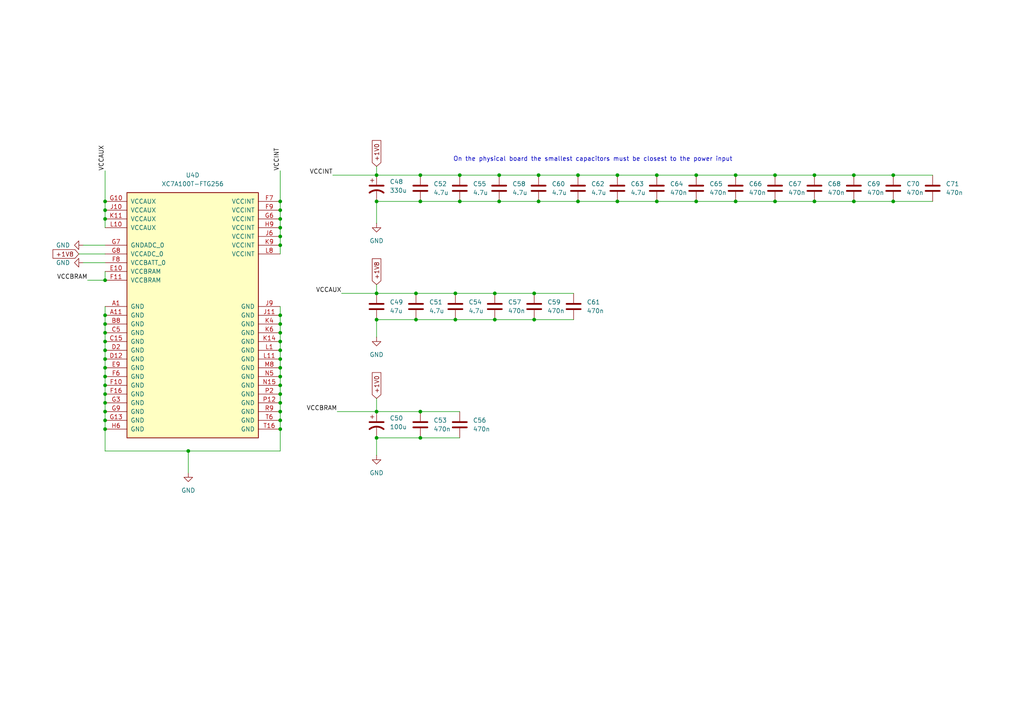
<source format=kicad_sch>
(kicad_sch (version 20231120) (generator "eeschema") (generator_version "8.0")
  (paper "A4")
  (lib_symbols
    (symbol "Device:C" (pin_numbers hide) (pin_names (offset 0.254))
      (property "Reference" "C" (at 0.635 2.54 0))
      (property "Value" "C" (at 0.635 -2.54 0))
      (symbol "C_0_1"
        (polyline (pts (xy -2.032 -0.762) (xy 2.032 -0.762)) (stroke (width 0.508)))
        (polyline (pts (xy -2.032 0.762) (xy 2.032 0.762)) (stroke (width 0.508)))
      )
      (symbol "C_1_1"
        (pin passive line (at 0 3.81 270) (length 2.794) (name "~") (number "1"))
        (pin passive line (at 0 -3.81 90) (length 2.794) (name "~") (number "2"))
      )
    )
    (symbol "Device:C_Polarized_US" (pin_numbers hide) (pin_names (offset 0.254) hide)
      (property "Reference" "C" (at 0.635 2.54 0))
      (property "Value" "C_Polarized_US" (at 0.635 -2.54 0))
      (symbol "C_Polarized_US_0_1"
        (polyline (pts (xy -2.032 0.762) (xy 2.032 0.762)) (stroke (width 0.508)))
        (polyline (pts (xy -1.778 2.286) (xy -0.762 2.286)))
        (polyline (pts (xy -1.27 1.778) (xy -1.27 2.794)))
        (arc (start 2.032 -1.27) (mid 0 -0.5572) (end -2.032 -1.27) (stroke (width 0.508)))
      )
      (symbol "C_Polarized_US_1_1"
        (pin passive line (at 0 3.81 270) (length 2.794) (name "~") (number "1"))
        (pin passive line (at 0 -3.81 90) (length 3.302) (name "~") (number "2"))
      )
    )
    (symbol "FPGA_Xilinx_Artix7:XC7A100T-FTG256" (pin_names (offset 1.016))
      (property "Reference" "U" (at 0 1.27 0))
      (property "Value" "XC7A100T-FTG256" (at 0 -1.27 0))
      (symbol "XC7A100T-FTG256_1_1"
        (rectangle (start -44.45 67.31) (end 44.45 -73.66) (stroke (width 0.254)) (fill (type background)))
        (pin bidirectional line (at 50.8 38.1 180) (length 6.35) (name "IO_L3N_T0_DQS_AD1N_15") (number "A10"))
        (pin bidirectional line (at 50.8 27.94 180) (length 6.35) (name "IO_L5N_T0_AD9N_15") (number "A12"))
        (pin bidirectional line (at 50.8 20.32 180) (length 6.35) (name "IO_L7P_T1_AD2P_15") (number "A13"))
        (pin bidirectional line (at 50.8 17.78 180) (length 6.35) (name "IO_L7N_T1_AD2N_15") (number "A14"))
        (pin bidirectional line (at 50.8 7.62 180) (length 6.35) (name "IO_L9N_T1_DQS_AD3N_15") (number "A15"))
        (pin power_in line (at 27.94 73.66 270) (length 6.35) (name "VCCO_15") (number "A16"))
        (pin bidirectional line (at 50.8 45.72 180) (length 6.35) (name "IO_L2P_T0_AD8P_15") (number "A8"))
        (pin bidirectional line (at 50.8 43.18 180) (length 6.35) (name "IO_L2N_T0_AD8N_15") (number "A9"))
        (pin bidirectional line (at 50.8 35.56 180) (length 6.35) (name "IO_L4P_T0_15") (number "B10"))
        (pin bidirectional line (at 50.8 33.02 180) (length 6.35) (name "IO_L4N_T0_15") (number "B11"))
        (pin bidirectional line (at 50.8 30.48 180) (length 6.35) (name "IO_L5P_T0_AD9P_15") (number "B12"))
        (pin power_in line (at 30.48 73.66 270) (length 6.35) (name "VCCO_15") (number "B13"))
        (pin bidirectional line (at 50.8 12.7 180) (length 6.35) (name "IO_L8N_T1_AD10N_15") (number "B14"))
        (pin bidirectional line (at 50.8 10.16 180) (length 6.35) (name "IO_L9P_T1_DQS_AD3P_15") (number "B15"))
        (pin bidirectional line (at 50.8 2.54 180) (length 6.35) (name "IO_L10N_T1_AD11N_15") (number "B16"))
        (pin bidirectional line (at 50.8 40.64 180) (length 6.35) (name "IO_L3P_T0_DQS_AD1P_15") (number "B9"))
        (pin power_in line (at 33.02 73.66 270) (length 6.35) (name "VCCO_15") (number "C10"))
        (pin bidirectional line (at 50.8 0 180) (length 6.35) (name "IO_L11P_T1_SRCC_15") (number "C11"))
        (pin bidirectional line (at 50.8 -2.54 180) (length 6.35) (name "IO_L11N_T1_SRCC_15") (number "C12"))
        (pin bidirectional line (at 50.8 -7.62 180) (length 6.35) (name "IO_L12N_T1_MRCC_15") (number "C13"))
        (pin bidirectional line (at 50.8 15.24 180) (length 6.35) (name "IO_L8P_T1_AD10P_15") (number "C14"))
        (pin bidirectional line (at 50.8 5.08 180) (length 6.35) (name "IO_L10P_T1_AD11P_15") (number "C16"))
        (pin bidirectional line (at 50.8 50.8 180) (length 6.35) (name "IO_L1P_T0_AD0P_15") (number "C8"))
        (pin bidirectional line (at 50.8 48.26 180) (length 6.35) (name "IO_L1N_T0_AD0N_15") (number "C9"))
        (pin bidirectional line (at 50.8 53.34 180) (length 6.35) (name "IO_0_15") (number "D10"))
        (pin bidirectional line (at 50.8 -17.78 180) (length 6.35) (name "IO_L14N_T2_SRCC_15") (number "D11"))
        (pin bidirectional line (at 50.8 -5.08 180) (length 6.35) (name "IO_L12P_T1_MRCC_15") (number "D13"))
        (pin bidirectional line (at 50.8 -20.32 180) (length 6.35) (name "IO_L15P_T2_DQS_15") (number "D14"))
        (pin bidirectional line (at 50.8 -22.86 180) (length 6.35) (name "IO_L15N_T2_DQS_ADV_B_15") (number "D15"))
        (pin bidirectional line (at 50.8 -33.02 180) (length 6.35) (name "IO_L17N_T2_A25_15") (number "D16"))
        (pin bidirectional line (at 50.8 25.4 180) (length 6.35) (name "IO_L6P_T0_15") (number "D8"))
        (pin bidirectional line (at 50.8 22.86 180) (length 6.35) (name "IO_L6N_T0_VREF_15") (number "D9"))
        (pin bidirectional line (at 50.8 -15.24 180) (length 6.35) (name "IO_L14P_T2_SRCC_15") (number "E11"))
        (pin bidirectional line (at 50.8 -10.16 180) (length 6.35) (name "IO_L13P_T2_MRCC_15") (number "E12"))
        (pin bidirectional line (at 50.8 -12.7 180) (length 6.35) (name "IO_L13N_T2_MRCC_15") (number "E13"))
        (pin power_in line (at 35.56 73.66 270) (length 6.35) (name "VCCO_15") (number "E14"))
        (pin bidirectional line (at 50.8 -38.1 180) (length 6.35) (name "IO_L18N_T2_A23_15") (number "E15"))
        (pin bidirectional line (at 50.8 -30.48 180) (length 6.35) (name "IO_L17P_T2_A26_15") (number "E16"))
        (pin bidirectional line (at 50.8 -25.4 180) (length 6.35) (name "IO_L16P_T2_A28_15") (number "F12"))
        (pin bidirectional line (at 50.8 -27.94 180) (length 6.35) (name "IO_L16N_T2_A27_15") (number "F13"))
        (pin bidirectional line (at 50.8 -53.34 180) (length 6.35) (name "IO_L21N_T3_DQS_A18_15") (number "F14"))
        (pin bidirectional line (at 50.8 -35.56 180) (length 6.35) (name "IO_L18P_T2_A24_15") (number "F15"))
        (pin bidirectional line (at 50.8 -71.12 180) (length 6.35) (name "IO_25_15") (number "G11"))
        (pin bidirectional line (at 50.8 -43.18 180) (length 6.35) (name "IO_L19N_T3_A21_VREF_15") (number "G12"))
        (pin bidirectional line (at 50.8 -50.8 180) (length 6.35) (name "IO_L21P_T3_DQS_15") (number "G14"))
        (pin bidirectional line (at 50.8 -68.58 180) (length 6.35) (name "IO_L24N_T3_RS0_15") (number "G15"))
        (pin bidirectional line (at 50.8 -58.42 180) (length 6.35) (name "IO_L22N_T3_A16_15") (number "G16"))
        (pin bidirectional line (at 50.8 -40.64 180) (length 6.35) (name "IO_L19P_T3_A22_15") (number "H11"))
        (pin bidirectional line (at 50.8 -45.72 180) (length 6.35) (name "IO_L20P_T3_A20_15") (number "H12"))
        (pin bidirectional line (at 50.8 -48.26 180) (length 6.35) (name "IO_L20N_T3_A19_15") (number "H13"))
        (pin bidirectional line (at 50.8 -66.04 180) (length 6.35) (name "IO_L24P_T3_RS1_15") (number "H14"))
        (pin power_in line (at 38.1 73.66 270) (length 6.35) (name "VCCO_15") (number "H15"))
        (pin bidirectional line (at 50.8 -55.88 180) (length 6.35) (name "IO_L22P_T3_A17_15") (number "H16"))
        (pin power_in line (at 40.64 73.66 270) (length 6.35) (name "VCCO_15") (number "J12"))
        (pin bidirectional line (at -50.8 50.8 0) (length 6.35) (name "IO_L1P_T0_D00_MOSI_14") (number "J13"))
        (pin bidirectional line (at -50.8 48.26 0) (length 6.35) (name "IO_L1N_T0_D01_DIN_14") (number "J14"))
        (pin bidirectional line (at 50.8 -60.96 180) (length 6.35) (name "IO_L23P_T3_FOE_B_15") (number "J15"))
        (pin bidirectional line (at 50.8 -63.5 180) (length 6.35) (name "IO_L23N_T3_FWE_B_15") (number "J16"))
        (pin bidirectional line (at -50.8 53.34 0) (length 6.35) (name "IO_0_14") (number "K12"))
        (pin bidirectional line (at -50.8 30.48 0) (length 6.35) (name "IO_L5P_T0_D06_14") (number "K13"))
        (pin bidirectional line (at -50.8 45.72 0) (length 6.35) (name "IO_L2P_T0_D02_14") (number "K15"))
        (pin bidirectional line (at -50.8 43.18 0) (length 6.35) (name "IO_L2N_T0_D03_14") (number "K16"))
        (pin bidirectional line (at -50.8 25.4 0) (length 6.35) (name "IO_L6P_T0_FCS_B_14") (number "L12"))
        (pin bidirectional line (at -50.8 27.94 0) (length 6.35) (name "IO_L5N_T0_D07_14") (number "L13"))
        (pin bidirectional line (at -50.8 35.56 0) (length 6.35) (name "IO_L4P_T0_D04_14") (number "L14"))
        (pin bidirectional line (at -50.8 40.64 0) (length 6.35) (name "IO_L3P_T0_DQS_PUDC_B_14") (number "L15"))
        (pin power_in line (at -40.64 73.66 270) (length 6.35) (name "VCCO_14") (number "L16"))
        (pin bidirectional line (at -50.8 22.86 0) (length 6.35) (name "IO_L6N_T0_D08_VREF_14") (number "M12"))
        (pin power_in line (at -38.1 73.66 270) (length 6.35) (name "VCCO_14") (number "M13"))
        (pin bidirectional line (at -50.8 33.02 0) (length 6.35) (name "IO_L4N_T0_D05_14") (number "M14"))
        (pin bidirectional line (at -50.8 38.1 0) (length 6.35) (name "IO_L3N_T0_DQS_EMCCLK_14") (number "M15"))
        (pin bidirectional line (at -50.8 20.32 0) (length 6.35) (name "IO_L7P_T1_D09_14") (number "M16"))
        (pin bidirectional line (at -50.8 -40.64 0) (length 6.35) (name "IO_L19P_T3_A10_D26_14") (number "M6"))
        (pin power_in line (at -35.56 73.66 270) (length 6.35) (name "VCCO_14") (number "N10"))
        (pin bidirectional line (at -50.8 -10.16 0) (length 6.35) (name "IO_L13P_T2_MRCC_14") (number "N11"))
        (pin bidirectional line (at -50.8 -12.7 0) (length 6.35) (name "IO_L13N_T2_MRCC_14") (number "N12"))
        (pin bidirectional line (at -50.8 0 0) (length 6.35) (name "IO_L11P_T1_SRCC_14") (number "N13"))
        (pin bidirectional line (at -50.8 -5.08 0) (length 6.35) (name "IO_L12P_T1_MRCC_14") (number "N14"))
        (pin bidirectional line (at -50.8 17.78 0) (length 6.35) (name "IO_L7N_T1_D10_14") (number "N16"))
        (pin bidirectional line (at -50.8 -43.18 0) (length 6.35) (name "IO_L19N_T3_A09_D25_VREF_14") (number "N6"))
        (pin bidirectional line (at -50.8 -35.56 0) (length 6.35) (name "IO_L18P_T2_A12_D28_14") (number "N9"))
        (pin bidirectional line (at -50.8 -15.24 0) (length 6.35) (name "IO_L14P_T2_SRCC_14") (number "P10"))
        (pin bidirectional line (at -50.8 -17.78 0) (length 6.35) (name "IO_L14N_T2_SRCC_14") (number "P11"))
        (pin bidirectional line (at -50.8 -2.54 0) (length 6.35) (name "IO_L11N_T1_SRCC_14") (number "P13"))
        (pin bidirectional line (at -50.8 -7.62 0) (length 6.35) (name "IO_L12N_T1_MRCC_14") (number "P14"))
        (pin bidirectional line (at -50.8 15.24 0) (length 6.35) (name "IO_L8P_T1_D11_14") (number "P15"))
        (pin bidirectional line (at -50.8 12.7 0) (length 6.35) (name "IO_L8N_T1_D12_14") (number "P16"))
        (pin bidirectional line (at -50.8 -71.12 0) (length 6.35) (name "IO_25_14") (number "P6"))
        (pin power_in line (at -33.02 73.66 270) (length 6.35) (name "VCCO_14") (number "P7"))
        (pin bidirectional line (at -50.8 -45.72 0) (length 6.35) (name "IO_L20P_T3_A08_D24_14") (number "P8"))
        (pin bidirectional line (at -50.8 -38.1 0) (length 6.35) (name "IO_L18N_T2_A11_D27_14") (number "P9"))
        (pin bidirectional line (at -50.8 -30.48 0) (length 6.35) (name "IO_L17P_T2_A14_D30_14") (number "R10"))
        (pin bidirectional line (at -50.8 -33.02 0) (length 6.35) (name "IO_L17N_T2_A13_D29_14") (number "R11"))
        (pin bidirectional line (at -50.8 -20.32 0) (length 6.35) (name "IO_L15P_T2_DQS_RDWR_B_14") (number "R12"))
        (pin bidirectional line (at -50.8 -25.4 0) (length 6.35) (name "IO_L16P_T2_CSI_B_14") (number "R13"))
        (pin power_in line (at -30.48 73.66 270) (length 6.35) (name "VCCO_14") (number "R14"))
        (pin bidirectional line (at -50.8 10.16 0) (length 6.35) (name "IO_L9P_T1_DQS_14") (number "R15"))
        (pin bidirectional line (at -50.8 7.62 0) (length 6.35) (name "IO_L9N_T1_DQS_D13_14") (number "R16"))
        (pin bidirectional line (at -50.8 -60.96 0) (length 6.35) (name "IO_L23P_T3_A03_D19_14") (number "R5"))
        (pin bidirectional line (at -50.8 -66.04 0) (length 6.35) (name "IO_L24P_T3_A01_D17_14") (number "R6"))
        (pin bidirectional line (at -50.8 -68.58 0) (length 6.35) (name "IO_L24N_T3_A00_D16_14") (number "R7"))
        (pin bidirectional line (at -50.8 -48.26 0) (length 6.35) (name "IO_L20N_T3_A07_D23_14") (number "R8"))
        (pin bidirectional line (at -50.8 -58.42 0) (length 6.35) (name "IO_L22N_T3_A04_D20_14") (number "T10"))
        (pin power_in line (at -27.94 73.66 270) (length 6.35) (name "VCCO_14") (number "T11"))
        (pin bidirectional line (at -50.8 -22.86 0) (length 6.35) (name "IO_L15N_T2_DQS_DOUT_CSO_B_14") (number "T12"))
        (pin bidirectional line (at -50.8 -27.94 0) (length 6.35) (name "IO_L16N_T2_A15_D31_14") (number "T13"))
        (pin bidirectional line (at -50.8 5.08 0) (length 6.35) (name "IO_L10P_T1_D14_14") (number "T14"))
        (pin bidirectional line (at -50.8 2.54 0) (length 6.35) (name "IO_L10N_T1_D15_14") (number "T15"))
        (pin bidirectional line (at -50.8 -63.5 0) (length 6.35) (name "IO_L23N_T3_A02_D18_14") (number "T5"))
        (pin bidirectional line (at -50.8 -50.8 0) (length 6.35) (name "IO_L21P_T3_DQS_14") (number "T7"))
        (pin bidirectional line (at -50.8 -53.34 0) (length 6.35) (name "IO_L21N_T3_DQS_A06_D22_14") (number "T8"))
        (pin bidirectional line (at -50.8 -55.88 0) (length 6.35) (name "IO_L22P_T3_A05_D21_14") (number "T9"))
      )
      (symbol "XC7A100T-FTG256_2_1"
        (rectangle (start -44.45 67.31) (end 44.45 -73.66) (stroke (width 0.254)) (fill (type background)))
        (pin bidirectional line (at 50.8 12.7 180) (length 6.35) (name "IO_L8N_T1_AD14N_35") (number "A2"))
        (pin bidirectional line (at 50.8 33.02 180) (length 6.35) (name "IO_L4N_T0_35") (number "A3"))
        (pin bidirectional line (at 50.8 38.1 180) (length 6.35) (name "IO_L3N_T0_DQS_AD5N_35") (number "A4"))
        (pin bidirectional line (at 50.8 40.64 180) (length 6.35) (name "IO_L3P_T0_DQS_AD5P_35") (number "A5"))
        (pin power_in line (at 27.94 73.66 270) (length 6.35) (name "VCCO_35") (number "A6"))
        (pin bidirectional line (at 50.8 48.26 180) (length 6.35) (name "IO_L1N_T0_AD4N_35") (number "A7"))
        (pin bidirectional line (at 50.8 7.62 180) (length 6.35) (name "IO_L9N_T1_DQS_AD7N_35") (number "B1"))
        (pin bidirectional line (at 50.8 15.24 180) (length 6.35) (name "IO_L8P_T1_AD14P_35") (number "B2"))
        (pin power_in line (at 30.48 73.66 270) (length 6.35) (name "VCCO_35") (number "B3"))
        (pin bidirectional line (at 50.8 35.56 180) (length 6.35) (name "IO_L4P_T0_35") (number "B4"))
        (pin bidirectional line (at 50.8 43.18 180) (length 6.35) (name "IO_L2N_T0_AD12N_35") (number "B5"))
        (pin bidirectional line (at 50.8 45.72 180) (length 6.35) (name "IO_L2P_T0_AD12P_35") (number "B6"))
        (pin bidirectional line (at 50.8 50.8 180) (length 6.35) (name "IO_L1P_T0_AD4P_35") (number "B7"))
        (pin bidirectional line (at 50.8 10.16 180) (length 6.35) (name "IO_L9P_T1_DQS_AD7P_35") (number "C1"))
        (pin bidirectional line (at 50.8 17.78 180) (length 6.35) (name "IO_L7N_T1_AD6N_35") (number "C2"))
        (pin bidirectional line (at 50.8 20.32 180) (length 6.35) (name "IO_L7P_T1_AD6P_35") (number "C3"))
        (pin bidirectional line (at 50.8 -7.62 180) (length 6.35) (name "IO_L12N_T1_MRCC_35") (number "C4"))
        (pin bidirectional line (at 50.8 27.94 180) (length 6.35) (name "IO_L5N_T0_AD13N_35") (number "C6"))
        (pin bidirectional line (at 50.8 30.48 180) (length 6.35) (name "IO_L5P_T0_AD13P_35") (number "C7"))
        (pin bidirectional line (at 50.8 2.54 180) (length 6.35) (name "IO_L10N_T1_AD15N_35") (number "D1"))
        (pin bidirectional line (at 50.8 -2.54 180) (length 6.35) (name "IO_L11N_T1_SRCC_35") (number "D3"))
        (pin bidirectional line (at 50.8 -5.08 180) (length 6.35) (name "IO_L12P_T1_MRCC_35") (number "D4"))
        (pin bidirectional line (at 50.8 22.86 180) (length 6.35) (name "IO_L6N_T0_VREF_35") (number "D5"))
        (pin bidirectional line (at 50.8 25.4 180) (length 6.35) (name "IO_L6P_T0_35") (number "D6"))
        (pin power_in line (at 33.02 73.66 270) (length 6.35) (name "VCCO_35") (number "D7"))
        (pin bidirectional line (at 50.8 -22.86 180) (length 6.35) (name "IO_L15N_T2_DQS_35") (number "E1"))
        (pin bidirectional line (at 50.8 5.08 180) (length 6.35) (name "IO_L10P_T1_AD15P_35") (number "E2"))
        (pin bidirectional line (at 50.8 0 180) (length 6.35) (name "IO_L11P_T1_SRCC_35") (number "E3"))
        (pin power_in line (at 35.56 73.66 270) (length 6.35) (name "VCCO_35") (number "E4"))
        (pin bidirectional line (at 50.8 -12.7 180) (length 6.35) (name "IO_L13N_T2_MRCC_35") (number "E5"))
        (pin bidirectional line (at 50.8 53.34 180) (length 6.35) (name "IO_0_35") (number "E6"))
        (pin power_in line (at 38.1 73.66 270) (length 6.35) (name "VCCO_35") (number "F1"))
        (pin bidirectional line (at 50.8 -20.32 180) (length 6.35) (name "IO_L15P_T2_DQS_35") (number "F2"))
        (pin bidirectional line (at 50.8 -17.78 180) (length 6.35) (name "IO_L14N_T2_SRCC_35") (number "F3"))
        (pin bidirectional line (at 50.8 -15.24 180) (length 6.35) (name "IO_L14P_T2_SRCC_35") (number "F4"))
        (pin bidirectional line (at 50.8 -10.16 180) (length 6.35) (name "IO_L13P_T2_MRCC_35") (number "F5"))
        (pin bidirectional line (at 50.8 -33.02 180) (length 6.35) (name "IO_L17N_T2_35") (number "G1"))
        (pin bidirectional line (at 50.8 -30.48 180) (length 6.35) (name "IO_L17P_T2_35") (number "G2"))
        (pin bidirectional line (at 50.8 -27.94 180) (length 6.35) (name "IO_L16N_T2_35") (number "G4"))
        (pin bidirectional line (at 50.8 -25.4 180) (length 6.35) (name "IO_L16P_T2_35") (number "G5"))
        (pin bidirectional line (at 50.8 -48.26 180) (length 6.35) (name "IO_L20N_T3_35") (number "H1"))
        (pin bidirectional line (at 50.8 -45.72 180) (length 6.35) (name "IO_L20P_T3_35") (number "H2"))
        (pin bidirectional line (at 50.8 -53.34 180) (length 6.35) (name "IO_L21N_T3_DQS_35") (number "H3"))
        (pin bidirectional line (at 50.8 -38.1 180) (length 6.35) (name "IO_L18N_T2_35") (number "H4"))
        (pin bidirectional line (at 50.8 -35.56 180) (length 6.35) (name "IO_L18P_T2_35") (number "H5"))
        (pin bidirectional line (at 50.8 -58.42 180) (length 6.35) (name "IO_L22N_T3_35") (number "J1"))
        (pin power_in line (at 40.64 73.66 270) (length 6.35) (name "VCCO_35") (number "J2"))
        (pin bidirectional line (at 50.8 -50.8 180) (length 6.35) (name "IO_L21P_T3_DQS_35") (number "J3"))
        (pin bidirectional line (at 50.8 -43.18 180) (length 6.35) (name "IO_L19N_T3_VREF_35") (number "J4"))
        (pin bidirectional line (at 50.8 -40.64 180) (length 6.35) (name "IO_L19P_T3_35") (number "J5"))
        (pin bidirectional line (at 50.8 -55.88 180) (length 6.35) (name "IO_L22P_T3_35") (number "K1"))
        (pin bidirectional line (at 50.8 -68.58 180) (length 6.35) (name "IO_L24N_T3_35") (number "K2"))
        (pin bidirectional line (at 50.8 -66.04 180) (length 6.35) (name "IO_L24P_T3_35") (number "K3"))
        (pin bidirectional line (at 50.8 -71.12 180) (length 6.35) (name "IO_25_35") (number "K5"))
        (pin bidirectional line (at 50.8 -63.5 180) (length 6.35) (name "IO_L23N_T3_35") (number "L2"))
        (pin bidirectional line (at 50.8 -60.96 180) (length 6.35) (name "IO_L23P_T3_35") (number "L3"))
        (pin bidirectional line (at -50.8 50.8 0) (length 6.35) (name "IO_L1P_T0_34") (number "L4"))
        (pin bidirectional line (at -50.8 53.34 0) (length 6.35) (name "IO_0_34") (number "L5"))
        (pin bidirectional line (at -50.8 43.18 0) (length 6.35) (name "IO_L2N_T0_34") (number "M1"))
        (pin bidirectional line (at -50.8 45.72 0) (length 6.35) (name "IO_L2P_T0_34") (number "M2"))
        (pin power_in line (at -40.64 73.66 270) (length 6.35) (name "VCCO_34") (number "M3"))
        (pin bidirectional line (at -50.8 48.26 0) (length 6.35) (name "IO_L1N_T0_34") (number "M4"))
        (pin bidirectional line (at -50.8 25.4 0) (length 6.35) (name "IO_L6P_T0_34") (number "M5"))
        (pin bidirectional line (at -50.8 35.56 0) (length 6.35) (name "IO_L4P_T0_34") (number "N1"))
        (pin bidirectional line (at -50.8 38.1 0) (length 6.35) (name "IO_L3N_T0_DQS_34") (number "N2"))
        (pin bidirectional line (at -50.8 40.64 0) (length 6.35) (name "IO_L3P_T0_DQS_34") (number "N3"))
        (pin bidirectional line (at -50.8 22.86 0) (length 6.35) (name "IO_L6N_T0_VREF_34") (number "N4"))
        (pin bidirectional line (at -50.8 33.02 0) (length 6.35) (name "IO_L4N_T0_34") (number "P1"))
        (pin bidirectional line (at -50.8 27.94 0) (length 6.35) (name "IO_L5N_T0_34") (number "P3"))
        (pin bidirectional line (at -50.8 30.48 0) (length 6.35) (name "IO_L5P_T0_34") (number "P4"))
        (pin bidirectional line (at -50.8 5.08 0) (length 6.35) (name "IO_L10P_T1_34") (number "P5"))
        (pin bidirectional line (at -50.8 17.78 0) (length 6.35) (name "IO_L7N_T1_34") (number "R1"))
        (pin bidirectional line (at -50.8 20.32 0) (length 6.35) (name "IO_L7P_T1_34") (number "R2"))
        (pin bidirectional line (at -50.8 15.24 0) (length 6.35) (name "IO_L8P_T1_34") (number "R3"))
        (pin power_in line (at -38.1 73.66 270) (length 6.35) (name "VCCO_34") (number "R4"))
        (pin power_in line (at -35.56 73.66 270) (length 6.35) (name "VCCO_34") (number "T1"))
        (pin bidirectional line (at -50.8 12.7 0) (length 6.35) (name "IO_L8N_T1_34") (number "T2"))
        (pin bidirectional line (at -50.8 7.62 0) (length 6.35) (name "IO_L9N_T1_DQS_34") (number "T3"))
        (pin bidirectional line (at -50.8 10.16 0) (length 6.35) (name "IO_L9P_T1_DQS_34") (number "T4"))
      )
      (symbol "XC7A100T-FTG256_3_1"
        (rectangle (start -31.75 34.29) (end 31.75 -40.64) (stroke (width 0.254)) (fill (type background)))
        (pin bidirectional line (at 38.1 -15.24 180) (length 6.35) (name "CFGBVS_0") (number "E7"))
        (pin bidirectional line (at 38.1 7.62 180) (length 6.35) (name "CCLK_0") (number "E8"))
        (pin bidirectional line (at 38.1 -5.08 180) (length 6.35) (name "DONE_0") (number "H10"))
        (pin bidirectional line (at 38.1 -30.48 180) (length 6.35) (name "VREFN_0") (number "H7"))
        (pin bidirectional line (at 38.1 -20.32 180) (length 6.35) (name "VP_0") (number "H8"))
        (pin bidirectional line (at 38.1 -22.86 180) (length 6.35) (name "VN_0") (number "J7"))
        (pin bidirectional line (at 38.1 -27.94 180) (length 6.35) (name "VREFP_0") (number "J8"))
        (pin bidirectional line (at 38.1 -7.62 180) (length 6.35) (name "INIT_B_0") (number "K10"))
        (pin bidirectional line (at 38.1 -38.1 180) (length 6.35) (name "DXN_0") (number "K7"))
        (pin bidirectional line (at 38.1 -35.56 180) (length 6.35) (name "DXP_0") (number "K8"))
        (pin power_in line (at 27.94 40.64 270) (length 6.35) (name "VCCO_0") (number "L6"))
        (pin bidirectional line (at 38.1 12.7 180) (length 6.35) (name "TCK_0") (number "L7"))
        (pin bidirectional line (at 38.1 -10.16 180) (length 6.35) (name "PROGRAM_B_0") (number "L9"))
        (pin bidirectional line (at 38.1 2.54 180) (length 6.35) (name "M1_0") (number "M10"))
        (pin bidirectional line (at 38.1 0 180) (length 6.35) (name "M2_0") (number "M11"))
        (pin bidirectional line (at 38.1 15.24 180) (length 6.35) (name "TMS_0") (number "M7"))
        (pin bidirectional line (at 38.1 5.08 180) (length 6.35) (name "M0_0") (number "M9"))
        (pin bidirectional line (at 38.1 20.32 180) (length 6.35) (name "TDI_0") (number "N7"))
        (pin bidirectional line (at 38.1 17.78 180) (length 6.35) (name "TDO_0") (number "N8"))
      )
      (symbol "XC7A100T-FTG256_4_1"
        (rectangle (start -19.05 35.56) (end 19.05 -35.56) (stroke (width 0.254)) (fill (type background)))
        (pin power_in line (at -25.4 2.54 0) (length 6.35) (name "GND") (number "A1"))
        (pin power_in line (at -25.4 0 0) (length 6.35) (name "GND") (number "A11"))
        (pin power_in line (at -25.4 -2.54 0) (length 6.35) (name "GND") (number "B8"))
        (pin power_in line (at -25.4 -7.62 0) (length 6.35) (name "GND") (number "C15"))
        (pin power_in line (at -25.4 -5.08 0) (length 6.35) (name "GND") (number "C5"))
        (pin power_in line (at -25.4 -12.7 0) (length 6.35) (name "GND") (number "D12"))
        (pin power_in line (at -25.4 -10.16 0) (length 6.35) (name "GND") (number "D2"))
        (pin power_in line (at -25.4 12.7 0) (length 6.35) (name "VCCBRAM") (number "E10"))
        (pin power_in line (at -25.4 -15.24 0) (length 6.35) (name "GND") (number "E9"))
        (pin power_in line (at -25.4 -20.32 0) (length 6.35) (name "GND") (number "F10"))
        (pin power_in line (at -25.4 10.16 0) (length 6.35) (name "VCCBRAM") (number "F11"))
        (pin power_in line (at -25.4 -22.86 0) (length 6.35) (name "GND") (number "F16"))
        (pin power_in line (at -25.4 -17.78 0) (length 6.35) (name "GND") (number "F6"))
        (pin power_in line (at 25.4 33.02 180) (length 6.35) (name "VCCINT") (number "F7"))
        (pin power_in line (at -25.4 15.24 0) (length 6.35) (name "VCCBATT_0") (number "F8"))
        (pin power_in line (at 25.4 30.48 180) (length 6.35) (name "VCCINT") (number "F9"))
        (pin power_in line (at -25.4 33.02 0) (length 6.35) (name "VCCAUX") (number "G10"))
        (pin power_in line (at -25.4 -30.48 0) (length 6.35) (name "GND") (number "G13"))
        (pin power_in line (at -25.4 -25.4 0) (length 6.35) (name "GND") (number "G3"))
        (pin power_in line (at 25.4 27.94 180) (length 6.35) (name "VCCINT") (number "G6"))
        (pin power_in line (at -25.4 20.32 0) (length 6.35) (name "GNDADC_0") (number "G7"))
        (pin power_in line (at -25.4 17.78 0) (length 6.35) (name "VCCADC_0") (number "G8"))
        (pin power_in line (at -25.4 -27.94 0) (length 6.35) (name "GND") (number "G9"))
        (pin power_in line (at -25.4 -33.02 0) (length 6.35) (name "GND") (number "H6"))
        (pin power_in line (at 25.4 25.4 180) (length 6.35) (name "VCCINT") (number "H9"))
        (pin power_in line (at -25.4 30.48 0) (length 6.35) (name "VCCAUX") (number "J10"))
        (pin power_in line (at 25.4 0 180) (length 6.35) (name "GND") (number "J11"))
        (pin power_in line (at 25.4 22.86 180) (length 6.35) (name "VCCINT") (number "J6"))
        (pin power_in line (at 25.4 2.54 180) (length 6.35) (name "GND") (number "J9"))
        (pin power_in line (at -25.4 27.94 0) (length 6.35) (name "VCCAUX") (number "K11"))
        (pin power_in line (at 25.4 -7.62 180) (length 6.35) (name "GND") (number "K14"))
        (pin power_in line (at 25.4 -2.54 180) (length 6.35) (name "GND") (number "K4"))
        (pin power_in line (at 25.4 -5.08 180) (length 6.35) (name "GND") (number "K6"))
        (pin power_in line (at 25.4 20.32 180) (length 6.35) (name "VCCINT") (number "K9"))
        (pin power_in line (at 25.4 -10.16 180) (length 6.35) (name "GND") (number "L1"))
        (pin power_in line (at -25.4 25.4 0) (length 6.35) (name "VCCAUX") (number "L10"))
        (pin power_in line (at 25.4 -12.7 180) (length 6.35) (name "GND") (number "L11"))
        (pin power_in line (at 25.4 17.78 180) (length 6.35) (name "VCCINT") (number "L8"))
        (pin power_in line (at 25.4 -15.24 180) (length 6.35) (name "GND") (number "M8"))
        (pin power_in line (at 25.4 -20.32 180) (length 6.35) (name "GND") (number "N15"))
        (pin power_in line (at 25.4 -17.78 180) (length 6.35) (name "GND") (number "N5"))
        (pin power_in line (at 25.4 -25.4 180) (length 6.35) (name "GND") (number "P12"))
        (pin power_in line (at 25.4 -22.86 180) (length 6.35) (name "GND") (number "P2"))
        (pin power_in line (at 25.4 -27.94 180) (length 6.35) (name "GND") (number "R9"))
        (pin power_in line (at 25.4 -33.02 180) (length 6.35) (name "GND") (number "T16"))
        (pin power_in line (at 25.4 -30.48 180) (length 6.35) (name "GND") (number "T6"))
      )
    )
    (symbol "power:GND" (power) (pin_numbers hide) (pin_names (offset 0) hide)
      (property "Value" "GND" (at 0 -3.81 0))
      (symbol "GND_0_1"
        (polyline (pts (xy 0 0) (xy 0 -1.27) (xy 1.27 -1.27) (xy 0 -2.54) (xy -1.27 -1.27) (xy 0 -1.27)))
      )
      (symbol "GND_1_1"
        (pin power_in line (at 0 0 270) (length 0) (name "~") (number "1"))
      )
    )
  )
  (junction (at 224.79 50.8))
  (junction (at 81.28 101.6))
  (junction (at 81.28 121.92))
  (junction (at 30.48 116.84))
  (junction (at 30.48 91.44))
  (junction (at 133.35 58.42))
  (junction (at 190.5 50.8))
  (junction (at 81.28 119.38))
  (junction (at 30.48 81.28))
  (junction (at 30.48 96.52))
  (junction (at 30.48 99.06))
  (junction (at 109.22 85.09))
  (junction (at 81.28 91.44))
  (junction (at 213.36 50.8))
  (junction (at 156.21 58.42))
  (junction (at 30.48 101.6))
  (junction (at 259.08 58.42))
  (junction (at 179.07 58.42))
  (junction (at 154.94 85.09))
  (junction (at 30.48 109.22))
  (junction (at 154.94 92.71))
  (junction (at 143.51 92.71))
  (junction (at 30.48 121.92))
  (junction (at 156.21 50.8))
  (junction (at 121.92 50.8))
  (junction (at 81.28 68.58))
  (junction (at 81.28 96.52))
  (junction (at 179.07 50.8))
  (junction (at 133.35 50.8))
  (junction (at 144.78 58.42))
  (junction (at 132.08 92.71))
  (junction (at 81.28 111.76))
  (junction (at 81.28 106.68))
  (junction (at 81.28 99.06))
  (junction (at 167.64 58.42))
  (junction (at 213.36 58.42))
  (junction (at 81.28 104.14))
  (junction (at 236.22 58.42))
  (junction (at 120.65 92.71))
  (junction (at 30.48 63.5))
  (junction (at 120.65 85.09))
  (junction (at 30.48 93.98))
  (junction (at 132.08 85.09))
  (junction (at 30.48 106.68))
  (junction (at 81.28 116.84))
  (junction (at 81.28 63.5))
  (junction (at 30.48 124.46))
  (junction (at 81.28 109.22))
  (junction (at 259.08 50.8))
  (junction (at 54.61 130.81))
  (junction (at 144.78 50.8))
  (junction (at 30.48 58.42))
  (junction (at 224.79 58.42))
  (junction (at 109.22 119.38))
  (junction (at 30.48 119.38))
  (junction (at 247.65 58.42))
  (junction (at 30.48 104.14))
  (junction (at 81.28 66.04))
  (junction (at 30.48 114.3))
  (junction (at 121.92 119.38))
  (junction (at 201.93 58.42))
  (junction (at 30.48 60.96))
  (junction (at 109.22 127))
  (junction (at 190.5 58.42))
  (junction (at 247.65 50.8))
  (junction (at 81.28 124.46))
  (junction (at 30.48 111.76))
  (junction (at 201.93 50.8))
  (junction (at 109.22 92.71))
  (junction (at 109.22 50.8))
  (junction (at 121.92 127))
  (junction (at 81.28 114.3))
  (junction (at 109.22 58.42))
  (junction (at 167.64 50.8))
  (junction (at 121.92 58.42))
  (junction (at 81.28 93.98))
  (junction (at 81.28 58.42))
  (junction (at 81.28 71.12))
  (junction (at 143.51 85.09))
  (junction (at 81.28 60.96))
  (junction (at 236.22 50.8))
  (wire (pts (xy 30.48 78.74) (xy 30.48 81.28)))
  (wire (pts (xy 213.36 50.8) (xy 224.79 50.8)))
  (wire (pts (xy 30.48 114.3) (xy 30.48 116.84)))
  (wire (pts (xy 121.92 127) (xy 133.35 127)))
  (wire (pts (xy 81.28 114.3) (xy 81.28 116.84)))
  (wire (pts (xy 167.64 58.42) (xy 179.07 58.42)))
  (wire (pts (xy 109.22 85.09) (xy 120.65 85.09)))
  (wire (pts (xy 120.65 85.09) (xy 132.08 85.09)))
  (wire (pts (xy 247.65 58.42) (xy 259.08 58.42)))
  (wire (pts (xy 154.94 92.71) (xy 166.37 92.71)))
  (wire (pts (xy 30.48 116.84) (xy 30.48 119.38)))
  (wire (pts (xy 81.28 109.22) (xy 81.28 111.76)))
  (wire (pts (xy 30.48 91.44) (xy 30.48 93.98)))
  (wire (pts (xy 81.28 91.44) (xy 81.28 93.98)))
  (wire (pts (xy 224.79 50.8) (xy 236.22 50.8)))
  (wire (pts (xy 109.22 48.26) (xy 109.22 50.8)))
  (wire (pts (xy 22.86 73.66) (xy 30.48 73.66)))
  (wire (pts (xy 109.22 115.57) (xy 109.22 119.38)))
  (wire (pts (xy 109.22 92.71) (xy 109.22 97.79)))
  (wire (pts (xy 81.28 96.52) (xy 81.28 99.06)))
  (wire (pts (xy 99.06 85.09) (xy 109.22 85.09)))
  (wire (pts (xy 179.07 58.42) (xy 190.5 58.42)))
  (wire (pts (xy 109.22 119.38) (xy 121.92 119.38)))
  (wire (pts (xy 30.48 121.92) (xy 30.48 124.46)))
  (wire (pts (xy 81.28 68.58) (xy 81.28 71.12)))
  (wire (pts (xy 81.28 111.76) (xy 81.28 114.3)))
  (wire (pts (xy 109.22 82.55) (xy 109.22 85.09)))
  (wire (pts (xy 156.21 58.42) (xy 167.64 58.42)))
  (wire (pts (xy 121.92 119.38) (xy 133.35 119.38)))
  (wire (pts (xy 81.28 71.12) (xy 81.28 73.66)))
  (wire (pts (xy 201.93 50.8) (xy 213.36 50.8)))
  (wire (pts (xy 109.22 58.42) (xy 121.92 58.42)))
  (wire (pts (xy 156.21 50.8) (xy 167.64 50.8)))
  (wire (pts (xy 109.22 58.42) (xy 109.22 64.77)))
  (wire (pts (xy 236.22 58.42) (xy 247.65 58.42)))
  (wire (pts (xy 54.61 130.81) (xy 54.61 137.16)))
  (wire (pts (xy 81.28 60.96) (xy 81.28 63.5)))
  (wire (pts (xy 201.93 58.42) (xy 213.36 58.42)))
  (wire (pts (xy 30.48 96.52) (xy 30.48 99.06)))
  (wire (pts (xy 121.92 58.42) (xy 133.35 58.42)))
  (wire (pts (xy 81.28 101.6) (xy 81.28 104.14)))
  (wire (pts (xy 30.48 63.5) (xy 30.48 66.04)))
  (wire (pts (xy 132.08 92.71) (xy 143.51 92.71)))
  (wire (pts (xy 190.5 50.8) (xy 201.93 50.8)))
  (wire (pts (xy 109.22 127) (xy 121.92 127)))
  (wire (pts (xy 81.28 119.38) (xy 81.28 121.92)))
  (wire (pts (xy 24.13 76.2) (xy 30.48 76.2)))
  (wire (pts (xy 97.79 119.38) (xy 109.22 119.38)))
  (wire (pts (xy 30.48 104.14) (xy 30.48 106.68)))
  (wire (pts (xy 167.64 50.8) (xy 179.07 50.8)))
  (wire (pts (xy 30.48 58.42) (xy 30.48 60.96)))
  (wire (pts (xy 96.52 50.8) (xy 109.22 50.8)))
  (wire (pts (xy 81.28 104.14) (xy 81.28 106.68)))
  (wire (pts (xy 30.48 101.6) (xy 30.48 104.14)))
  (wire (pts (xy 54.61 130.81) (xy 30.48 130.81)))
  (wire (pts (xy 144.78 58.42) (xy 156.21 58.42)))
  (wire (pts (xy 81.28 99.06) (xy 81.28 101.6)))
  (wire (pts (xy 81.28 58.42) (xy 81.28 60.96)))
  (wire (pts (xy 121.92 50.8) (xy 133.35 50.8)))
  (wire (pts (xy 81.28 130.81) (xy 54.61 130.81)))
  (wire (pts (xy 30.48 109.22) (xy 30.48 111.76)))
  (wire (pts (xy 143.51 85.09) (xy 154.94 85.09)))
  (wire (pts (xy 109.22 92.71) (xy 120.65 92.71)))
  (wire (pts (xy 259.08 50.8) (xy 270.51 50.8)))
  (wire (pts (xy 247.65 50.8) (xy 259.08 50.8)))
  (wire (pts (xy 144.78 50.8) (xy 156.21 50.8)))
  (wire (pts (xy 81.28 63.5) (xy 81.28 66.04)))
  (wire (pts (xy 81.28 116.84) (xy 81.28 119.38)))
  (wire (pts (xy 25.4 81.28) (xy 30.48 81.28)))
  (wire (pts (xy 30.48 111.76) (xy 30.48 114.3)))
  (wire (pts (xy 132.08 85.09) (xy 143.51 85.09)))
  (wire (pts (xy 236.22 50.8) (xy 247.65 50.8)))
  (wire (pts (xy 133.35 50.8) (xy 144.78 50.8)))
  (wire (pts (xy 213.36 58.42) (xy 224.79 58.42)))
  (wire (pts (xy 133.35 58.42) (xy 144.78 58.42)))
  (wire (pts (xy 154.94 85.09) (xy 166.37 85.09)))
  (wire (pts (xy 109.22 127) (xy 109.22 132.08)))
  (wire (pts (xy 81.28 88.9) (xy 81.28 91.44)))
  (wire (pts (xy 109.22 50.8) (xy 121.92 50.8)))
  (wire (pts (xy 179.07 50.8) (xy 190.5 50.8)))
  (wire (pts (xy 81.28 66.04) (xy 81.28 68.58)))
  (wire (pts (xy 30.48 130.81) (xy 30.48 124.46)))
  (wire (pts (xy 30.48 49.53) (xy 30.48 58.42)))
  (wire (pts (xy 81.28 49.53) (xy 81.28 58.42)))
  (wire (pts (xy 81.28 124.46) (xy 81.28 130.81)))
  (wire (pts (xy 24.13 71.12) (xy 30.48 71.12)))
  (wire (pts (xy 30.48 106.68) (xy 30.48 109.22)))
  (wire (pts (xy 30.48 119.38) (xy 30.48 121.92)))
  (wire (pts (xy 30.48 99.06) (xy 30.48 101.6)))
  (wire (pts (xy 190.5 58.42) (xy 201.93 58.42)))
  (wire (pts (xy 81.28 93.98) (xy 81.28 96.52)))
  (wire (pts (xy 224.79 58.42) (xy 236.22 58.42)))
  (wire (pts (xy 143.51 92.71) (xy 154.94 92.71)))
  (wire (pts (xy 259.08 58.42) (xy 270.51 58.42)))
  (wire (pts (xy 120.65 92.71) (xy 132.08 92.71)))
  (wire (pts (xy 81.28 106.68) (xy 81.28 109.22)))
  (wire (pts (xy 30.48 60.96) (xy 30.48 63.5)))
  (wire (pts (xy 30.48 93.98) (xy 30.48 96.52)))
  (wire (pts (xy 81.28 121.92) (xy 81.28 124.46)))
  (wire (pts (xy 30.48 88.9) (xy 30.48 91.44)))
  (text "On the physical board the smallest capacitors must be closest to the power input\n" (at 171.958 46.228 0) (effects (font (size 1.27 1.27))))
  (label "VCCINT" (at 96.52 50.8 180))
  (label "VCCINT" (at 81.28 49.53 90))
  (label "VCCAUX" (at 99.06 85.09 180))
  (label "VCCBRAM" (at 25.4 81.28 180))
  (label "VCCAUX" (at 30.48 49.53 90))
  (label "VCCBRAM" (at 97.79 119.38 180))
  (global_label "+1V8" (shape input) (at 109.22 82.55 90) (property "Intersheetrefs" "${INTERSHEET_REFS}" (effects (hide yes))))
  (global_label "+1V0" (shape input) (at 109.22 48.26 90) (property "Intersheetrefs" "${INTERSHEET_REFS}" (effects (hide yes))))
  (global_label "+1V0" (shape input) (at 109.22 115.57 90) (property "Intersheetrefs" "${INTERSHEET_REFS}" (effects (hide yes))))
  (global_label "+1V8" (shape input) (at 22.86 73.66 180) (property "Intersheetrefs" "${INTERSHEET_REFS}" (effects (hide yes))))
  (symbol (lib_id "power:GND") (at 24.13 76.2 270) (unit 1)
    (property "Reference" "#PWR040" (effects (hide yes)))
    (property "Value" "GND" (at 20.32 76.1999 90) (effects (justify right)))
    (property "Description" "Power symbol creates a global label with name \"GND\" , ground" (effects (hide yes)))
  )
  (symbol (lib_id "power:GND") (at 109.22 132.08 0) (unit 1)
    (property "Reference" "#PWR044" (effects (hide yes)))
    (property "Value" "GND" (at 109.22 137.16 0))
    (property "Description" "Power symbol creates a global label with name \"GND\" , ground" (effects (hide yes)))
  )
  (symbol (lib_id "Device:C") (at 224.79 54.61 0) (unit 1)
    (property "Reference" "C67" (at 228.6 53.3399 0) (effects (justify left)))
    (property "Value" "470n" (at 228.6 55.8799 0) (effects (justify left)))
    (property "Footprint" "Capacitor_SMD:C_0603_1608Metric_Pad1.08x0.95mm_HandSolder" (effects (hide yes)))
    (property "Description" "Unpolarized capacitor" (effects (hide yes)))
  )
  (symbol (lib_id "Device:C") (at 236.22 54.61 0) (unit 1)
    (property "Reference" "C68" (at 240.03 53.3399 0) (effects (justify left)))
    (property "Value" "470n" (at 240.03 55.8799 0) (effects (justify left)))
    (property "Footprint" "Capacitor_SMD:C_0603_1608Metric_Pad1.08x0.95mm_HandSolder" (effects (hide yes)))
    (property "Description" "Unpolarized capacitor" (effects (hide yes)))
  )
  (symbol (lib_id "Device:C_Polarized_US") (at 109.22 123.19 0) (unit 1)
    (property "Reference" "C50" (at 113.03 121.2849 0) (effects (justify left)))
    (property "Value" "100u" (at 113.03 123.8249 0) (effects (justify left)))
    (property "Footprint" "Capacitor_SMD:C_1210_3225Metric_Pad1.33x2.70mm_HandSolder" (effects (hide yes)))
    (property "Description" "Polarized capacitor, US symbol" (effects (hide yes)))
  )
  (symbol (lib_id "power:GND") (at 109.22 97.79 0) (unit 1)
    (property "Reference" "#PWR043" (effects (hide yes)))
    (property "Value" "GND" (at 109.22 102.87 0))
    (property "Description" "Power symbol creates a global label with name \"GND\" , ground" (effects (hide yes)))
  )
  (symbol (lib_id "Device:C") (at 179.07 54.61 0) (unit 1)
    (property "Reference" "C63" (at 182.88 53.3399 0) (effects (justify left)))
    (property "Value" "4.7u" (at 182.88 55.8799 0) (effects (justify left)))
    (property "Footprint" "Capacitor_SMD:C_0805_2012Metric_Pad1.18x1.45mm_HandSolder" (effects (hide yes)))
    (property "Description" "Unpolarized capacitor" (effects (hide yes)))
  )
  (symbol (lib_id "Device:C_Polarized_US") (at 109.22 54.61 0) (unit 1)
    (property "Reference" "C48" (at 113.03 52.7049 0) (effects (justify left)))
    (property "Value" "330u" (at 113.03 55.2449 0) (effects (justify left)))
    (property "Footprint" "Capacitor_Tantalum_SMD:CP_EIA-7343-31_Kemet-D_Pad2.25x2.55mm_HandSolder" (effects (hide yes)))
    (property "Description" "Polarized capacitor, US symbol" (effects (hide yes)))
  )
  (symbol (lib_id "Device:C") (at 143.51 88.9 0) (unit 1)
    (property "Reference" "C57" (at 147.32 87.6299 0) (effects (justify left)))
    (property "Value" "470n" (at 147.32 90.1699 0) (effects (justify left)))
    (property "Footprint" "Capacitor_SMD:C_0603_1608Metric_Pad1.08x0.95mm_HandSolder" (effects (hide yes)))
    (property "Description" "Unpolarized capacitor" (effects (hide yes)))
  )
  (symbol (lib_id "Device:C") (at 270.51 54.61 0) (unit 1)
    (property "Reference" "C71" (at 274.32 53.3399 0) (effects (justify left)))
    (property "Value" "470n" (at 274.32 55.8799 0) (effects (justify left)))
    (property "Footprint" "Capacitor_SMD:C_0603_1608Metric_Pad1.08x0.95mm_HandSolder" (effects (hide yes)))
    (property "Description" "Unpolarized capacitor" (effects (hide yes)))
  )
  (symbol (lib_id "Device:C") (at 156.21 54.61 0) (unit 1)
    (property "Reference" "C60" (at 160.02 53.3399 0) (effects (justify left)))
    (property "Value" "4.7u" (at 160.02 55.8799 0) (effects (justify left)))
    (property "Footprint" "Capacitor_SMD:C_0805_2012Metric_Pad1.18x1.45mm_HandSolder" (effects (hide yes)))
    (property "Description" "Unpolarized capacitor" (effects (hide yes)))
  )
  (symbol (lib_id "Device:C") (at 247.65 54.61 0) (unit 1)
    (property "Reference" "C69" (at 251.46 53.3399 0) (effects (justify left)))
    (property "Value" "470n" (at 251.46 55.8799 0) (effects (justify left)))
    (property "Footprint" "Capacitor_SMD:C_0603_1608Metric_Pad1.08x0.95mm_HandSolder" (effects (hide yes)))
    (property "Description" "Unpolarized capacitor" (effects (hide yes)))
  )
  (symbol (lib_id "Device:C") (at 201.93 54.61 0) (unit 1)
    (property "Reference" "C65" (at 205.74 53.3399 0) (effects (justify left)))
    (property "Value" "470n" (at 205.74 55.8799 0) (effects (justify left)))
    (property "Footprint" "Capacitor_SMD:C_0603_1608Metric_Pad1.08x0.95mm_HandSolder" (effects (hide yes)))
    (property "Description" "Unpolarized capacitor" (effects (hide yes)))
  )
  (symbol (lib_id "power:GND") (at 109.22 64.77 0) (unit 1)
    (property "Reference" "#PWR042" (effects (hide yes)))
    (property "Value" "GND" (at 109.22 69.85 0))
    (property "Description" "Power symbol creates a global label with name \"GND\" , ground" (effects (hide yes)))
  )
  (symbol (lib_id "Device:C") (at 133.35 123.19 0) (unit 1)
    (property "Reference" "C56" (at 137.16 121.9199 0) (effects (justify left)))
    (property "Value" "470n" (at 137.16 124.4599 0) (effects (justify left)))
    (property "Footprint" "Capacitor_SMD:C_0603_1608Metric_Pad1.08x0.95mm_HandSolder" (effects (hide yes)))
    (property "Description" "Unpolarized capacitor" (effects (hide yes)))
  )
  (symbol (lib_id "Device:C") (at 121.92 54.61 0) (unit 1)
    (property "Reference" "C52" (at 125.73 53.3399 0) (effects (justify left)))
    (property "Value" "4.7u" (at 125.73 55.8799 0) (effects (justify left)))
    (property "Footprint" "Capacitor_SMD:C_0805_2012Metric_Pad1.18x1.45mm_HandSolder" (effects (hide yes)))
    (property "Description" "Unpolarized capacitor" (effects (hide yes)))
  )
  (symbol (lib_id "Device:C") (at 120.65 88.9 0) (unit 1)
    (property "Reference" "C51" (at 124.46 87.6299 0) (effects (justify left)))
    (property "Value" "4.7u" (at 124.46 90.1699 0) (effects (justify left)))
    (property "Footprint" "Capacitor_SMD:C_0805_2012Metric_Pad1.18x1.45mm_HandSolder" (effects (hide yes)))
    (property "Description" "Unpolarized capacitor" (effects (hide yes)))
  )
  (symbol (lib_id "Device:C") (at 166.37 88.9 0) (unit 1)
    (property "Reference" "C61" (at 170.18 87.6299 0) (effects (justify left)))
    (property "Value" "470n" (at 170.18 90.1699 0) (effects (justify left)))
    (property "Footprint" "Capacitor_SMD:C_0603_1608Metric_Pad1.08x0.95mm_HandSolder" (effects (hide yes)))
    (property "Description" "Unpolarized capacitor" (effects (hide yes)))
  )
  (symbol (lib_id "Device:C") (at 190.5 54.61 0) (unit 1)
    (property "Reference" "C64" (at 194.31 53.3399 0) (effects (justify left)))
    (property "Value" "470n" (at 194.31 55.8799 0) (effects (justify left)))
    (property "Footprint" "Capacitor_SMD:C_0603_1608Metric_Pad1.08x0.95mm_HandSolder" (effects (hide yes)))
    (property "Description" "Unpolarized capacitor" (effects (hide yes)))
  )
  (symbol (lib_id "Device:C") (at 259.08 54.61 0) (unit 1)
    (property "Reference" "C70" (at 262.89 53.3399 0) (effects (justify left)))
    (property "Value" "470n" (at 262.89 55.8799 0) (effects (justify left)))
    (property "Footprint" "Capacitor_SMD:C_0603_1608Metric_Pad1.08x0.95mm_HandSolder" (effects (hide yes)))
    (property "Description" "Unpolarized capacitor" (effects (hide yes)))
  )
  (symbol (lib_id "Device:C") (at 213.36 54.61 0) (unit 1)
    (property "Reference" "C66" (at 217.17 53.3399 0) (effects (justify left)))
    (property "Value" "470n" (at 217.17 55.8799 0) (effects (justify left)))
    (property "Footprint" "Capacitor_SMD:C_0603_1608Metric_Pad1.08x0.95mm_HandSolder" (effects (hide yes)))
    (property "Description" "Unpolarized capacitor" (effects (hide yes)))
  )
  (symbol (lib_id "Device:C") (at 132.08 88.9 0) (unit 1)
    (property "Reference" "C54" (at 135.89 87.6299 0) (effects (justify left)))
    (property "Value" "4.7u" (at 135.89 90.1699 0) (effects (justify left)))
    (property "Footprint" "Capacitor_SMD:C_0805_2012Metric_Pad1.18x1.45mm_HandSolder" (effects (hide yes)))
    (property "Description" "Unpolarized capacitor" (effects (hide yes)))
  )
  (symbol (lib_id "Device:C") (at 109.22 88.9 0) (unit 1)
    (property "Reference" "C49" (at 113.03 87.6299 0) (effects (justify left)))
    (property "Value" "47u" (at 113.03 90.1699 0) (effects (justify left)))
    (property "Footprint" "Capacitor_SMD:C_1210_3225Metric_Pad1.33x2.70mm_HandSolder" (effects (hide yes)))
    (property "Description" "Unpolarized capacitor" (effects (hide yes)))
  )
  (symbol (lib_id "Device:C") (at 167.64 54.61 0) (unit 1)
    (property "Reference" "C62" (at 171.45 53.3399 0) (effects (justify left)))
    (property "Value" "4.7u" (at 171.45 55.8799 0) (effects (justify left)))
    (property "Footprint" "Capacitor_SMD:C_0805_2012Metric_Pad1.18x1.45mm_HandSolder" (effects (hide yes)))
    (property "Description" "Unpolarized capacitor" (effects (hide yes)))
  )
  (symbol (lib_id "power:GND") (at 54.61 137.16 0) (unit 1)
    (property "Reference" "#PWR041" (effects (hide yes)))
    (property "Value" "GND" (at 54.61 142.24 0))
    (property "Description" "Power symbol creates a global label with name \"GND\" , ground" (effects (hide yes)))
  )
  (symbol (lib_id "FPGA_Xilinx_Artix7:XC7A100T-FTG256") (at 55.88 91.44 0) (unit 4)
    (property "Reference" "U4" (at 55.88 50.8 0))
    (property "Value" "XC7A100T-FTG256" (at 55.88 53.34 0))
    (property "Footprint" "MicroHard:BGA256C100P16X16_1700X1700X155" (effects (hide yes)))
    (property "Description" "Artix 7 T 100 XC7A100T-FTG256" (effects (hide yes)))
  )
  (symbol (lib_id "Device:C") (at 144.78 54.61 0) (unit 1)
    (property "Reference" "C58" (at 148.59 53.3399 0) (effects (justify left)))
    (property "Value" "4.7u" (at 148.59 55.8799 0) (effects (justify left)))
    (property "Footprint" "Capacitor_SMD:C_0805_2012Metric_Pad1.18x1.45mm_HandSolder" (effects (hide yes)))
    (property "Description" "Unpolarized capacitor" (effects (hide yes)))
  )
  (symbol (lib_id "power:GND") (at 24.13 71.12 270) (unit 1)
    (property "Reference" "#PWR039" (effects (hide yes)))
    (property "Value" "GND" (at 20.32 71.1199 90) (effects (justify right)))
    (property "Description" "Power symbol creates a global label with name \"GND\" , ground" (effects (hide yes)))
  )
  (symbol (lib_id "Device:C") (at 154.94 88.9 0) (unit 1)
    (property "Reference" "C59" (at 158.75 87.6299 0) (effects (justify left)))
    (property "Value" "470n" (at 158.75 90.1699 0) (effects (justify left)))
    (property "Footprint" "Capacitor_SMD:C_0603_1608Metric_Pad1.08x0.95mm_HandSolder" (effects (hide yes)))
    (property "Description" "Unpolarized capacitor" (effects (hide yes)))
  )
  (symbol (lib_id "Device:C") (at 121.92 123.19 0) (unit 1)
    (property "Reference" "C53" (at 125.73 121.9199 0) (effects (justify left)))
    (property "Value" "470n" (at 125.73 124.4599 0) (effects (justify left)))
    (property "Footprint" "Capacitor_SMD:C_0603_1608Metric_Pad1.08x0.95mm_HandSolder" (effects (hide yes)))
    (property "Description" "Unpolarized capacitor" (effects (hide yes)))
  )
  (symbol (lib_id "Device:C") (at 133.35 54.61 0) (unit 1)
    (property "Reference" "C55" (at 137.16 53.3399 0) (effects (justify left)))
    (property "Value" "4.7u" (at 137.16 55.8799 0) (effects (justify left)))
    (property "Footprint" "Capacitor_SMD:C_0805_2012Metric_Pad1.18x1.45mm_HandSolder" (effects (hide yes)))
    (property "Description" "Unpolarized capacitor" (effects (hide yes)))
  )
)
</source>
